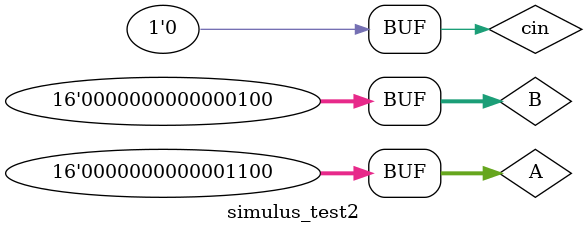
<source format=v>
`timescale 1ns / 1ps


module simulus_test2;

	// Inputs
	reg [15:0] A;
	reg [15:0] B;
	reg cin;

	// Outputs
	wire [15:0] sum;
	wire cout;

	// Instantiate the Unit Under Test (UUT)
	CarryLookAheadAdder32bit uut (
		.A(A), 
		.B(B), 
		.cin(cin), 
		.sum(sum), 
		.cout(cout)
	);

	initial begin
		// Initialize Inputs
		A = 0;
		B = 0;
		cin = 0;

		// Wait 100 ns for global reset to finish
		#100;
        
		// Add stimulus here
		#50 A=1;
		#50 A=0;
		#50 B=1;
		#50 A=12; 
		#50 B=4;
	end
	
	initial begin
			$monitor("A=%d,B=%d,cin=%d,sum=%d, cout=%d\n",A,B,cin,sum,cout);
		end
      
endmodule


</source>
